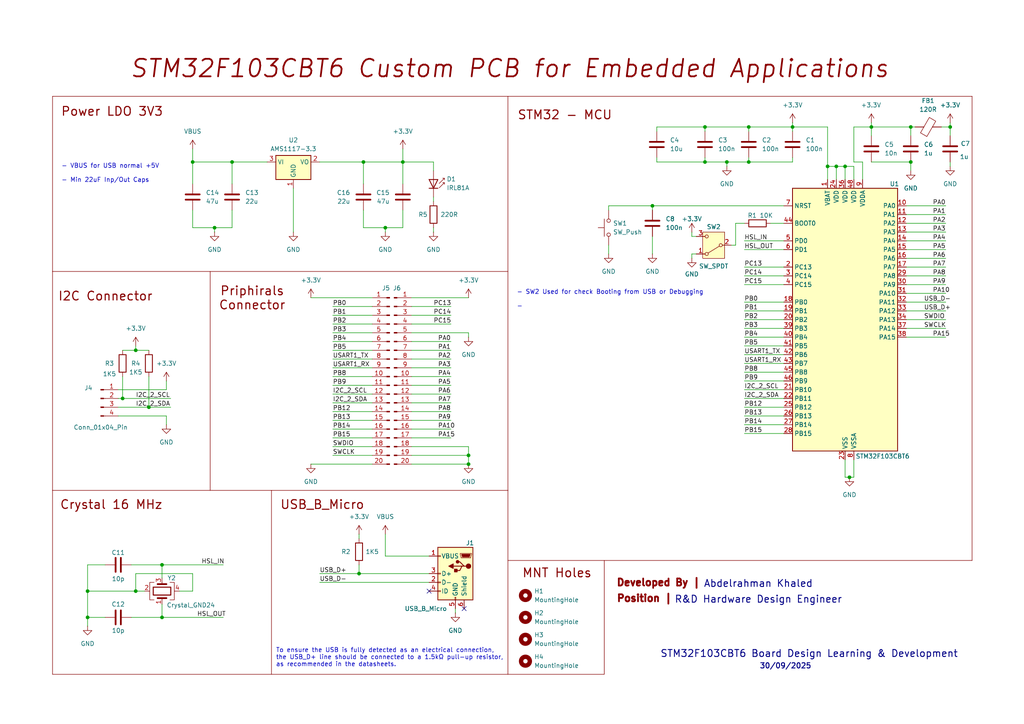
<source format=kicad_sch>
(kicad_sch (version 20250114) (generator "eeschema") (generator_version "9.0")
  (paper "A4")
  (lib_symbols
    (symbol "Connector:Conn_01x04_Pin" (pin_names (offset 1.016) (hide yes))
      (property "Reference" "J" (at 0 5.08 0))
      (property "Value" "Conn_01x04_Pin" (at 0 -7.62 0))
      (symbol "Conn_01x04_Pin_1_1"
        (pin passive line (at 5.08 2.54 180) (length 3.81) (name "Pin_1") (number "1"))
        (pin passive line (at 5.08 0 180) (length 3.81) (name "Pin_2") (number "2"))
        (pin passive line (at 5.08 -2.54 180) (length 3.81) (name "Pin_3") (number "3"))
        (pin passive line (at 5.08 -5.08 180) (length 3.81) (name "Pin_4") (number "4"))
      )
    )
    (symbol "Connector:Conn_01x20_Pin" (pin_names (offset 1.016) (hide yes))
      (property "Reference" "J" (at 0 25.4 0))
      (property "Value" "Conn_01x20_Pin" (at 0 -27.94 0))
      (symbol "Conn_01x20_Pin_1_1"
        (pin passive line (at 5.08 22.86 180) (length 3.81) (name "Pin_1") (number "1"))
        (pin passive line (at 5.08 20.32 180) (length 3.81) (name "Pin_2") (number "2"))
        (pin passive line (at 5.08 17.78 180) (length 3.81) (name "Pin_3") (number "3"))
        (pin passive line (at 5.08 15.24 180) (length 3.81) (name "Pin_4") (number "4"))
        (pin passive line (at 5.08 12.7 180) (length 3.81) (name "Pin_5") (number "5"))
        (pin passive line (at 5.08 10.16 180) (length 3.81) (name "Pin_6") (number "6"))
        (pin passive line (at 5.08 7.62 180) (length 3.81) (name "Pin_7") (number "7"))
        (pin passive line (at 5.08 5.08 180) (length 3.81) (name "Pin_8") (number "8"))
        (pin passive line (at 5.08 2.54 180) (length 3.81) (name "Pin_9") (number "9"))
        (pin passive line (at 5.08 0 180) (length 3.81) (name "Pin_10") (number "10"))
        (pin passive line (at 5.08 -2.54 180) (length 3.81) (name "Pin_11") (number "11"))
        (pin passive line (at 5.08 -5.08 180) (length 3.81) (name "Pin_12") (number "12"))
        (pin passive line (at 5.08 -7.62 180) (length 3.81) (name "Pin_13") (number "13"))
        (pin passive line (at 5.08 -10.16 180) (length 3.81) (name "Pin_14") (number "14"))
        (pin passive line (at 5.08 -12.7 180) (length 3.81) (name "Pin_15") (number "15"))
        (pin passive line (at 5.08 -15.24 180) (length 3.81) (name "Pin_16") (number "16"))
        (pin passive line (at 5.08 -17.78 180) (length 3.81) (name "Pin_17") (number "17"))
        (pin passive line (at 5.08 -20.32 180) (length 3.81) (name "Pin_18") (number "18"))
        (pin passive line (at 5.08 -22.86 180) (length 3.81) (name "Pin_19") (number "19"))
        (pin passive line (at 5.08 -25.4 180) (length 3.81) (name "Pin_20") (number "20"))
      )
    )
    (symbol "Connector:USB_B_Micro" (pin_names (offset 1.016))
      (property "Reference" "J" (at -5.08 11.43 0))
      (property "Value" "USB_B_Micro" (at -5.08 8.89 0))
      (symbol "USB_B_Micro_1_1"
        (pin passive line (at -2.54 -10.16 90) (length 2.54) (name "Shield") (number "6"))
        (pin power_out line (at 0 -10.16 90) (length 2.54) (name "GND") (number "5"))
        (pin power_out line (at 7.62 5.08 180) (length 2.54) (name "VBUS") (number "1"))
        (pin bidirectional line (at 7.62 0 180) (length 2.54) (name "D+") (number "3"))
        (pin bidirectional line (at 7.62 -2.54 180) (length 2.54) (name "D-") (number "2"))
        (pin passive line (at 7.62 -5.08 180) (length 2.54) (name "ID") (number "4"))
      )
    )
    (symbol "Device:C" (pin_numbers (hide yes)) (pin_names (offset 0.254))
      (property "Reference" "C" (at 0.635 2.54 0))
      (property "Value" "C" (at 0.635 -2.54 0))
      (symbol "C_1_1"
        (pin passive line (at 0 3.81 270) (length 2.794) (name "~") (number "1"))
        (pin passive line (at 0 -3.81 90) (length 2.794) (name "~") (number "2"))
      )
    )
    (symbol "Device:Crystal_GND24" (pin_names (offset 1.016) (hide yes))
      (property "Reference" "Y" (at 3.175 5.08 0))
      (property "Value" "Crystal_GND24" (at 3.175 3.175 0))
      (symbol "Crystal_GND24_1_1"
        (pin passive line (at -3.81 0 0) (length 1.27) (name "1") (number "1"))
        (pin passive line (at 0 5.08 270) (length 1.27) (name "2") (number "2"))
        (pin passive line (at 0 -5.08 90) (length 1.27) (name "4") (number "4"))
        (pin passive line (at 3.81 0 180) (length 1.27) (name "3") (number "3"))
      )
    )
    (symbol "Device:FerriteBead" (pin_numbers (hide yes)) (pin_names (offset 0))
      (property "Reference" "FB" (at -3.81 0.635 90))
      (property "Value" "FerriteBead" (at 3.81 0 90))
      (symbol "FerriteBead_1_1"
        (pin passive line (at 0 3.81 270) (length 2.54) (name "~") (number "1"))
        (pin passive line (at 0 -3.81 90) (length 2.54) (name "~") (number "2"))
      )
    )
    (symbol "Device:R" (pin_numbers (hide yes)) (pin_names (offset 0))
      (property "Reference" "R" (at 2.032 0 90))
      (property "Value" "R" (at 0 0 90))
      (symbol "R_1_1"
        (pin passive line (at 0 3.81 270) (length 1.27) (name "~") (number "1"))
        (pin passive line (at 0 -3.81 90) (length 1.27) (name "~") (number "2"))
      )
    )
    (symbol "LED:IRL81A" (pin_numbers (hide yes)) (pin_names (offset 1.016) (hide yes))
      (property "Reference" "D" (at 0.508 1.778 0))
      (property "Value" "IRL81A" (at -1.016 -2.794 0))
      (symbol "IRL81A_1_1"
        (pin passive line (at -5.08 0 0) (length 2.54) (name "K") (number "1"))
        (pin passive line (at 2.54 0 180) (length 2.54) (name "A") (number "2"))
      )
    )
    (symbol "MCU_ST_STM32F1:STM32F103CBTx"
      (property "Reference" "U" (at -15.24 39.37 0))
      (property "Value" "STM32F103CBTx" (at 7.62 39.37 0))
      (symbol "STM32F103CBTx_1_1"
        (pin input line (at -17.78 33.02 0) (length 2.54) (name "NRST") (number "7"))
        (pin input line (at -17.78 27.94 0) (length 2.54) (name "BOOT0") (number "44"))
        (pin bidirectional line (at -17.78 22.86 0) (length 2.54) (name "PD0") (number "5"))
        (pin bidirectional line (at -17.78 20.32 0) (length 2.54) (name "PD1") (number "6"))
        (pin bidirectional line (at -17.78 15.24 0) (length 2.54) (name "PC13") (number "2"))
        (pin bidirectional line (at -17.78 12.7 0) (length 2.54) (name "PC14") (number "3"))
        (pin bidirectional line (at -17.78 10.16 0) (length 2.54) (name "PC15") (number "4"))
        (pin bidirectional line (at -17.78 5.08 0) (length 2.54) (name "PB0") (number "18"))
        (pin bidirectional line (at -17.78 2.54 0) (length 2.54) (name "PB1") (number "19"))
        (pin bidirectional line (at -17.78 0 0) (length 2.54) (name "PB2") (number "20"))
        (pin bidirectional line (at -17.78 -2.54 0) (length 2.54) (name "PB3") (number "39"))
        (pin bidirectional line (at -17.78 -5.08 0) (length 2.54) (name "PB4") (number "40"))
        (pin bidirectional line (at -17.78 -7.62 0) (length 2.54) (name "PB5") (number "41"))
        (pin bidirectional line (at -17.78 -10.16 0) (length 2.54) (name "PB6") (number "42"))
        (pin bidirectional line (at -17.78 -12.7 0) (length 2.54) (name "PB7") (number "43"))
        (pin bidirectional line (at -17.78 -15.24 0) (length 2.54) (name "PB8") (number "45"))
        (pin bidirectional line (at -17.78 -17.78 0) (length 2.54) (name "PB9") (number "46"))
        (pin bidirectional line (at -17.78 -20.32 0) (length 2.54) (name "PB10") (number "21"))
        (pin bidirectional line (at -17.78 -22.86 0) (length 2.54) (name "PB11") (number "22"))
        (pin bidirectional line (at -17.78 -25.4 0) (length 2.54) (name "PB12") (number "25"))
        (pin bidirectional line (at -17.78 -27.94 0) (length 2.54) (name "PB13") (number "26"))
        (pin bidirectional line (at -17.78 -30.48 0) (length 2.54) (name "PB14") (number "27"))
        (pin bidirectional line (at -17.78 -33.02 0) (length 2.54) (name "PB15") (number "28"))
        (pin power_in line (at -5.08 40.64 270) (length 2.54) (name "VBAT") (number "1"))
        (pin power_in line (at -2.54 40.64 270) (length 2.54) (name "VDD") (number "24"))
        (pin power_in line (at 0 40.64 270) (length 2.54) (name "VDD") (number "36"))
        (pin power_in line (at 0 -40.64 90) (length 2.54) (name "VSS") (number "23"))
        (pin passive line (at 0 -40.64 90) (length 2.54) (hide yes) (name "VSS") (number "35"))
        (pin passive line (at 0 -40.64 90) (length 2.54) (hide yes) (name "VSS") (number "47"))
        (pin power_in line (at 2.54 40.64 270) (length 2.54) (name "VDD") (number "48"))
        (pin power_in line (at 2.54 -40.64 90) (length 2.54) (name "VSSA") (number "8"))
        (pin power_in line (at 5.08 40.64 270) (length 2.54) (name "VDDA") (number "9"))
        (pin bidirectional line (at 17.78 33.02 180) (length 2.54) (name "PA0") (number "10"))
        (pin bidirectional line (at 17.78 30.48 180) (length 2.54) (name "PA1") (number "11"))
        (pin bidirectional line (at 17.78 27.94 180) (length 2.54) (name "PA2") (number "12"))
        (pin bidirectional line (at 17.78 25.4 180) (length 2.54) (name "PA3") (number "13"))
        (pin bidirectional line (at 17.78 22.86 180) (length 2.54) (name "PA4") (number "14"))
        (pin bidirectional line (at 17.78 20.32 180) (length 2.54) (name "PA5") (number "15"))
        (pin bidirectional line (at 17.78 17.78 180) (length 2.54) (name "PA6") (number "16"))
        (pin bidirectional line (at 17.78 15.24 180) (length 2.54) (name "PA7") (number "17"))
        (pin bidirectional line (at 17.78 12.7 180) (length 2.54) (name "PA8") (number "29"))
        (pin bidirectional line (at 17.78 10.16 180) (length 2.54) (name "PA9") (number "30"))
        (pin bidirectional line (at 17.78 7.62 180) (length 2.54) (name "PA10") (number "31"))
        (pin bidirectional line (at 17.78 5.08 180) (length 2.54) (name "PA11") (number "32"))
        (pin bidirectional line (at 17.78 2.54 180) (length 2.54) (name "PA12") (number "33"))
        (pin bidirectional line (at 17.78 0 180) (length 2.54) (name "PA13") (number "34"))
        (pin bidirectional line (at 17.78 -2.54 180) (length 2.54) (name "PA14") (number "37"))
        (pin bidirectional line (at 17.78 -5.08 180) (length 2.54) (name "PA15") (number "38"))
      )
    )
    (symbol "Mechanical:MountingHole" (pin_names (offset 1.016)) (in_bom no)
      (property "Reference" "H" (at 0 5.08 0))
      (property "Value" "MountingHole" (at 0 3.175 0))
    )
    (symbol "Regulator_Linear:AMS1117-3.3"
      (property "Reference" "U" (at -3.81 3.175 0))
      (property "Value" "AMS1117-3.3" (at 0 3.175 0))
      (symbol "AMS1117-3.3_1_1"
        (pin power_in line (at -7.62 0 0) (length 2.54) (name "VI") (number "3"))
        (pin power_in line (at 0 -7.62 90) (length 2.54) (name "GND") (number "1"))
        (pin power_out line (at 7.62 0 180) (length 2.54) (name "VO") (number "2"))
      )
    )
    (symbol "Switch:SW_Push" (pin_numbers (hide yes)) (pin_names (offset 1.016) (hide yes))
      (property "Reference" "SW" (at 1.27 2.54 0))
      (property "Value" "SW_Push" (at 0 -1.524 0))
      (symbol "SW_Push_0_1"
        (pin passive line (at -5.08 0 0) (length 2.54) (name "1") (number "1"))
        (pin passive line (at 5.08 0 180) (length 2.54) (name "2") (number "2"))
      )
    )
    (symbol "Switch:SW_SPDT" (pin_names (offset 0) (hide yes))
      (property "Reference" "SW" (at 0 5.08 0))
      (property "Value" "SW_SPDT" (at 0 -5.08 0))
      (symbol "SW_SPDT_1_1"
        (pin passive line (at -5.08 0 0) (length 2.54) (name "B") (number "2"))
        (pin passive line (at 5.08 2.54 180) (length 2.54) (name "A") (number "1"))
        (pin passive line (at 5.08 -2.54 180) (length 2.54) (name "C") (number "3"))
      )
    )
    (symbol "power:+3.3V" (power) (pin_numbers (hide yes)) (pin_names (offset 0) (hide yes))
      (property "Value" "+3.3V" (at 0 3.556 0))
      (symbol "+3.3V_1_1"
        (pin power_in line (at 0 0 90) (length 0) (name "~") (number "1"))
      )
    )
    (symbol "power:+3.3VA" (power) (pin_numbers (hide yes)) (pin_names (offset 0) (hide yes))
      (property "Value" "+3.3VA" (at 0 3.556 0))
      (symbol "+3.3VA_1_1"
        (pin power_in line (at 0 0 90) (length 0) (name "~") (number "1"))
      )
    )
    (symbol "power:GND" (power) (pin_numbers (hide yes)) (pin_names (offset 0) (hide yes))
      (property "Value" "GND" (at 0 -3.81 0))
      (symbol "GND_1_1"
        (pin power_in line (at 0 0 270) (length 0) (name "~") (number "1"))
      )
    )
    (symbol "power:VBUS" (power) (pin_numbers (hide yes)) (pin_names (offset 0) (hide yes))
      (property "Value" "VBUS" (at 0 3.556 0))
      (symbol "VBUS_1_1"
        (pin power_in line (at 0 0 90) (length 0) (name "~") (number "1"))
      )
    )
  )
  (text "USB_B_Micro" (at 93.472 146.558 0) (effects (font (size 2.54 2.54) (thickness 0.3175))))
  (text "- SW2 Used for check Booting from USB or Debugging\n\n- \n\n\n" (at 149.86 88.9 0) (effects (font (size 1.27 1.27) (thickness 0.1588)) (justify left)))
  (text "Abdelrahman Khaled " (at 220.726 169.418 0) (effects (font (size 2.032 2.032) (thickness 0.254))))
  (text "To ensure the USB is fully detected as an electrical connection, \nthe USB_D+ line should be connected to a 1.5kΩ pull-up resistor, \nas recommended in the datasheets." (at 80.01 190.754 0) (effects (font (size 1.27 1.27) (thickness 0.1588)) (justify left)))
  (text "STM32F103CBT6 Board Design Learning & Development\n" (at 234.696 189.738 0) (effects (font (size 2.032 2.032) (thickness 0.254))))
  (text "MNT Holes\n" (at 161.544 166.37 0) (effects (font (size 2.54 2.54) (thickness 0.3175))))
  (text "STM32 - MCU" (at 163.83 33.528 0) (effects (font (size 2.54 2.54) (thickness 0.3175))))
  (text "STM32F103CBT6 Custom PCB for Embedded Applications" (at 147.828 20.066 0) (effects (font (size 5.08 5.08) (thickness 0.508) (bold yes) (italic yes))))
  (text "I2C Connector\n\n" (at 16.764 88.138 0) (effects (font (size 2.54 2.54) (thickness 0.3175)) (justify left)))
  (text "- VBUS for USB normal +5V\n\n- Min 22uF Inp/Out Caps\n\n" (at 17.78 51.308 0) (effects (font (size 1.27 1.27) (thickness 0.1588)) (justify left)))
  (text "Priphirals\nConnector" (at 73.152 86.614 0) (effects (font (size 2.54 2.54) (thickness 0.3175))))
  (text "Crystal 16 MHz\n" (at 32.258 146.558 0) (effects (font (size 2.54 2.54) (thickness 0.3175))))
  (text "R&D Hardware Design Engineer" (at 219.964 173.99 0) (effects (font (size 2.032 2.032) (thickness 0.254))))
  (text "Developed By | \n" (at 191.77 169.164 0) (effects (font (size 2.032 2.032) (thickness 0.508) (bold yes))))
  (text "Position | \n" (at 187.706 173.736 0) (effects (font (size 2.032 2.032) (thickness 0.508) (bold yes))))
  (text "Power LDO 3V3\n" (at 32.512 32.512 0) (effects (font (size 2.54 2.54) (thickness 0.3175))))
  (text "30/09/2025\n" (at 227.838 193.294 0) (effects (font (size 1.524 1.524) (thickness 0.254))))
  (junction (at 43.18 118.11))
  (junction (at 242.57 48.26))
  (junction (at 39.37 101.6))
  (junction (at 25.4 179.07))
  (junction (at 39.37 171.45))
  (junction (at 229.87 36.83))
  (junction (at 189.23 59.69))
  (junction (at 275.59 36.83))
  (junction (at 245.11 48.26))
  (junction (at 252.73 36.83))
  (junction (at 264.16 46.99))
  (junction (at 25.4 171.45))
  (junction (at 210.82 46.99))
  (junction (at 46.99 179.07))
  (junction (at 104.14 166.37))
  (junction (at 105.41 46.99))
  (junction (at 111.76 66.04))
  (junction (at 246.38 138.43))
  (junction (at 204.47 46.99))
  (junction (at 67.31 46.99))
  (junction (at 35.56 115.57))
  (junction (at 204.47 36.83))
  (junction (at 46.99 163.83))
  (junction (at 55.88 46.99))
  (junction (at 264.16 36.83))
  (junction (at 240.03 48.26))
  (junction (at 62.23 66.04))
  (junction (at 135.89 134.62))
  (junction (at 217.17 46.99))
  (junction (at 217.17 36.83))
  (junction (at 116.84 46.99))
  (junction (at 135.89 132.08))
  (no_connect (at 124.46 171.45))
  (no_connect (at 134.62 176.53))
  (wire (pts (xy 119.38 109.22) (xy 130.81 109.22)))
  (wire (pts (xy 55.88 66.04) (xy 55.88 60.96)))
  (wire (pts (xy 215.9 113.03) (xy 227.33 113.03)))
  (wire (pts (xy 217.17 36.83) (xy 217.17 38.1)))
  (wire (pts (xy 210.82 46.99) (xy 204.47 46.99)))
  (wire (pts (xy 104.14 163.83) (xy 104.14 166.37)))
  (wire (pts (xy 215.9 107.95) (xy 227.33 107.95)))
  (wire (pts (xy 125.73 49.53) (xy 125.73 46.99)))
  (wire (pts (xy 62.23 67.31) (xy 62.23 66.04)))
  (wire (pts (xy 119.38 106.68) (xy 130.81 106.68)))
  (wire (pts (xy 240.03 52.07) (xy 240.03 48.26)))
  (wire (pts (xy 85.09 54.61) (xy 85.09 67.31)))
  (wire (pts (xy 96.52 116.84) (xy 107.95 116.84)))
  (polyline (pts (xy 15.24 78.74) (xy 147.32 78.74)) (stroke (width 0) (type solid) (color 132 0 0 1)))
  (wire (pts (xy 275.59 46.99) (xy 275.59 48.26)))
  (wire (pts (xy 242.57 52.07) (xy 242.57 48.26)))
  (wire (pts (xy 262.89 62.23) (xy 274.32 62.23)))
  (wire (pts (xy 229.87 36.83) (xy 240.03 36.83)))
  (wire (pts (xy 215.9 92.71) (xy 227.33 92.71)))
  (wire (pts (xy 210.82 46.99) (xy 210.82 48.26)))
  (wire (pts (xy 247.65 133.35) (xy 247.65 138.43)))
  (wire (pts (xy 116.84 46.99) (xy 116.84 53.34)))
  (wire (pts (xy 223.52 64.77) (xy 227.33 64.77)))
  (polyline (pts (xy 60.96 142.24) (xy 60.96 78.74)) (stroke (width 0) (type solid) (color 132 0 0 1)))
  (wire (pts (xy 262.89 87.63) (xy 274.32 87.63)))
  (wire (pts (xy 92.71 168.91) (xy 124.46 168.91)))
  (wire (pts (xy 245.11 48.26) (xy 247.65 48.26)))
  (wire (pts (xy 111.76 161.29) (xy 124.46 161.29)))
  (wire (pts (xy 215.9 123.19) (xy 227.33 123.19)))
  (wire (pts (xy 190.5 36.83) (xy 190.5 38.1)))
  (wire (pts (xy 264.16 36.83) (xy 265.43 36.83)))
  (wire (pts (xy 229.87 35.56) (xy 229.87 36.83)))
  (wire (pts (xy 215.9 90.17) (xy 227.33 90.17)))
  (wire (pts (xy 247.65 36.83) (xy 247.65 46.99)))
  (wire (pts (xy 264.16 46.99) (xy 264.16 49.53)))
  (wire (pts (xy 119.38 127) (xy 130.81 127)))
  (wire (pts (xy 39.37 101.6) (xy 43.18 101.6)))
  (wire (pts (xy 105.41 60.96) (xy 105.41 66.04)))
  (wire (pts (xy 215.9 115.57) (xy 227.33 115.57)))
  (wire (pts (xy 215.9 95.25) (xy 227.33 95.25)))
  (wire (pts (xy 52.07 171.45) (xy 55.88 171.45)))
  (wire (pts (xy 111.76 154.94) (xy 111.76 161.29)))
  (wire (pts (xy 229.87 45.72) (xy 229.87 46.99)))
  (wire (pts (xy 200.66 73.66) (xy 201.93 73.66)))
  (wire (pts (xy 90.17 134.62) (xy 107.95 134.62)))
  (wire (pts (xy 46.99 163.83) (xy 64.77 163.83)))
  (wire (pts (xy 215.9 69.85) (xy 227.33 69.85)))
  (wire (pts (xy 46.99 179.07) (xy 64.77 179.07)))
  (polyline (pts (xy 15.24 142.24) (xy 78.74 142.24)) (stroke (width 0) (type solid) (color 132 0 0 1)))
  (wire (pts (xy 262.89 72.39) (xy 274.32 72.39)))
  (wire (pts (xy 46.99 167.64) (xy 46.99 163.83)))
  (wire (pts (xy 46.99 175.26) (xy 46.99 179.07)))
  (polyline (pts (xy 147.32 162.56) (xy 281.94 162.56)) (stroke (width 0) (type solid) (color 132 0 0 1)))
  (wire (pts (xy 111.76 67.31) (xy 111.76 66.04)))
  (wire (pts (xy 247.65 46.99) (xy 250.19 46.99)))
  (wire (pts (xy 262.89 64.77) (xy 274.32 64.77)))
  (wire (pts (xy 55.88 46.99) (xy 55.88 53.34)))
  (wire (pts (xy 96.52 96.52) (xy 107.95 96.52)))
  (wire (pts (xy 96.52 88.9) (xy 107.95 88.9)))
  (wire (pts (xy 116.84 43.18) (xy 116.84 46.99)))
  (wire (pts (xy 189.23 68.58) (xy 189.23 73.66)))
  (wire (pts (xy 262.89 90.17) (xy 274.32 90.17)))
  (wire (pts (xy 252.73 36.83) (xy 252.73 39.37)))
  (wire (pts (xy 96.52 99.06) (xy 107.95 99.06)))
  (wire (pts (xy 215.9 102.87) (xy 227.33 102.87)))
  (polyline (pts (xy 78.74 142.24) (xy 147.32 142.24)) (stroke (width 0) (type solid) (color 132 0 0 1)))
  (wire (pts (xy 96.52 109.22) (xy 107.95 109.22)))
  (wire (pts (xy 204.47 46.99) (xy 190.5 46.99)))
  (wire (pts (xy 96.52 106.68) (xy 107.95 106.68)))
  (wire (pts (xy 217.17 45.72) (xy 217.17 46.99)))
  (wire (pts (xy 247.65 138.43) (xy 246.38 138.43)))
  (wire (pts (xy 34.29 118.11) (xy 43.18 118.11)))
  (wire (pts (xy 132.08 176.53) (xy 132.08 177.8)))
  (wire (pts (xy 264.16 36.83) (xy 252.73 36.83)))
  (polyline (pts (xy 15.24 195.58) (xy 78.74 195.58)) (stroke (width 0) (type solid) (color 132 0 0 1)))
  (wire (pts (xy 204.47 45.72) (xy 204.47 46.99)))
  (wire (pts (xy 240.03 36.83) (xy 240.03 48.26)))
  (wire (pts (xy 116.84 60.96) (xy 116.84 66.04)))
  (wire (pts (xy 96.52 121.92) (xy 107.95 121.92)))
  (wire (pts (xy 67.31 66.04) (xy 62.23 66.04)))
  (wire (pts (xy 119.38 96.52) (xy 135.89 96.52)))
  (wire (pts (xy 119.38 111.76) (xy 130.81 111.76)))
  (wire (pts (xy 262.89 74.93) (xy 274.32 74.93)))
  (wire (pts (xy 119.38 116.84) (xy 130.81 116.84)))
  (wire (pts (xy 119.38 119.38) (xy 130.81 119.38)))
  (polyline (pts (xy 147.32 195.58) (xy 147.32 195.58)) (stroke (width 0) (type solid) (color 132 0 0 1)))
  (polyline (pts (xy 147.32 142.24) (xy 147.32 27.94)) (stroke (width 0) (type solid) (color 132 0 0 1)))
  (polyline (pts (xy 78.74 195.58) (xy 78.74 142.24)) (stroke (width 0) (type solid) (color 132 0 0 1)))
  (wire (pts (xy 96.52 93.98) (xy 107.95 93.98)))
  (wire (pts (xy 215.9 125.73) (xy 227.33 125.73)))
  (wire (pts (xy 125.73 46.99) (xy 116.84 46.99)))
  (polyline (pts (xy 147.32 27.94) (xy 281.94 27.94)) (stroke (width 0) (type solid) (color 132 0 0 1)))
  (wire (pts (xy 38.1 163.83) (xy 46.99 163.83)))
  (wire (pts (xy 229.87 38.1) (xy 229.87 36.83)))
  (wire (pts (xy 104.14 154.94) (xy 104.14 156.21)))
  (wire (pts (xy 119.38 93.98) (xy 130.81 93.98)))
  (polyline (pts (xy 147.32 195.58) (xy 147.32 142.24)) (stroke (width 0) (type solid) (color 132 0 0 1)))
  (wire (pts (xy 250.19 46.99) (xy 250.19 52.07)))
  (wire (pts (xy 119.38 91.44) (xy 130.81 91.44)))
  (wire (pts (xy 104.14 166.37) (xy 124.46 166.37)))
  (wire (pts (xy 229.87 36.83) (xy 217.17 36.83)))
  (wire (pts (xy 67.31 46.99) (xy 77.47 46.99)))
  (wire (pts (xy 215.9 120.65) (xy 227.33 120.65)))
  (wire (pts (xy 119.38 121.92) (xy 130.81 121.92)))
  (wire (pts (xy 96.52 127) (xy 107.95 127)))
  (wire (pts (xy 176.53 71.12) (xy 176.53 73.66)))
  (wire (pts (xy 215.9 100.33) (xy 227.33 100.33)))
  (wire (pts (xy 96.52 132.08) (xy 107.95 132.08)))
  (wire (pts (xy 34.29 113.03) (xy 48.26 113.03)))
  (wire (pts (xy 204.47 36.83) (xy 204.47 38.1)))
  (wire (pts (xy 105.41 46.99) (xy 116.84 46.99)))
  (wire (pts (xy 39.37 171.45) (xy 41.91 171.45)))
  (wire (pts (xy 105.41 66.04) (xy 111.76 66.04)))
  (wire (pts (xy 135.89 97.79) (xy 135.89 96.52)))
  (wire (pts (xy 262.89 95.25) (xy 274.32 95.25)))
  (wire (pts (xy 275.59 36.83) (xy 275.59 39.37)))
  (wire (pts (xy 262.89 67.31) (xy 274.32 67.31)))
  (wire (pts (xy 96.52 91.44) (xy 107.95 91.44)))
  (wire (pts (xy 176.53 60.96) (xy 176.53 59.69)))
  (wire (pts (xy 38.1 179.07) (xy 46.99 179.07)))
  (wire (pts (xy 96.52 129.54) (xy 107.95 129.54)))
  (wire (pts (xy 119.38 86.36) (xy 135.89 86.36)))
  (wire (pts (xy 55.88 171.45) (xy 55.88 166.37)))
  (wire (pts (xy 119.38 124.46) (xy 130.81 124.46)))
  (wire (pts (xy 245.11 133.35) (xy 245.11 138.43)))
  (wire (pts (xy 34.29 120.65) (xy 48.26 120.65)))
  (wire (pts (xy 119.38 132.08) (xy 135.89 132.08)))
  (wire (pts (xy 96.52 111.76) (xy 107.95 111.76)))
  (wire (pts (xy 67.31 60.96) (xy 67.31 66.04)))
  (wire (pts (xy 125.73 66.04) (xy 125.73 67.31)))
  (wire (pts (xy 25.4 179.07) (xy 25.4 181.61)))
  (wire (pts (xy 35.56 115.57) (xy 49.53 115.57)))
  (wire (pts (xy 55.88 166.37) (xy 39.37 166.37)))
  (wire (pts (xy 252.73 46.99) (xy 264.16 46.99)))
  (wire (pts (xy 252.73 35.56) (xy 252.73 36.83)))
  (wire (pts (xy 189.23 60.96) (xy 189.23 59.69)))
  (wire (pts (xy 135.89 132.08) (xy 135.89 134.62)))
  (wire (pts (xy 262.89 59.69) (xy 274.32 59.69)))
  (wire (pts (xy 62.23 66.04) (xy 55.88 66.04)))
  (wire (pts (xy 273.05 36.83) (xy 275.59 36.83)))
  (wire (pts (xy 119.38 114.3) (xy 130.81 114.3)))
  (wire (pts (xy 35.56 101.6) (xy 39.37 101.6)))
  (wire (pts (xy 262.89 97.79) (xy 274.32 97.79)))
  (wire (pts (xy 262.89 92.71) (xy 274.32 92.71)))
  (polyline (pts (xy 15.24 27.94) (xy 147.32 27.94)) (stroke (width 0) (type solid) (color 132 0 0 1)))
  (polyline (pts (xy 15.24 78.74) (xy 15.24 27.94)) (stroke (width 0) (type solid) (color 132 0 0 1)))
  (wire (pts (xy 96.52 124.46) (xy 107.95 124.46)))
  (wire (pts (xy 246.38 138.43) (xy 245.11 138.43)))
  (wire (pts (xy 215.9 72.39) (xy 227.33 72.39)))
  (wire (pts (xy 39.37 166.37) (xy 39.37 171.45)))
  (wire (pts (xy 213.36 64.77) (xy 213.36 71.12)))
  (wire (pts (xy 245.11 52.07) (xy 245.11 48.26)))
  (wire (pts (xy 262.89 85.09) (xy 274.32 85.09)))
  (wire (pts (xy 119.38 104.14) (xy 130.81 104.14)))
  (wire (pts (xy 215.9 82.55) (xy 227.33 82.55)))
  (wire (pts (xy 200.66 67.31) (xy 200.66 68.58)))
  (wire (pts (xy 43.18 118.11) (xy 49.53 118.11)))
  (wire (pts (xy 275.59 35.56) (xy 275.59 36.83)))
  (wire (pts (xy 34.29 115.57) (xy 35.56 115.57)))
  (wire (pts (xy 215.9 97.79) (xy 227.33 97.79)))
  (wire (pts (xy 92.71 166.37) (xy 104.14 166.37)))
  (wire (pts (xy 190.5 45.72) (xy 190.5 46.99)))
  (wire (pts (xy 116.84 66.04) (xy 111.76 66.04)))
  (wire (pts (xy 39.37 100.33) (xy 39.37 101.6)))
  (polyline (pts (xy 147.32 195.58) (xy 175.26 195.58)) (stroke (width 0) (type solid) (color 132 0 0 1)))
  (wire (pts (xy 215.9 105.41) (xy 227.33 105.41)))
  (wire (pts (xy 96.52 114.3) (xy 107.95 114.3)))
  (polyline (pts (xy 175.26 195.58) (xy 175.26 162.56)) (stroke (width 0) (type solid) (color 132 0 0 1)))
  (wire (pts (xy 217.17 36.83) (xy 204.47 36.83)))
  (wire (pts (xy 55.88 43.18) (xy 55.88 46.99)))
  (wire (pts (xy 176.53 59.69) (xy 189.23 59.69)))
  (wire (pts (xy 242.57 48.26) (xy 240.03 48.26)))
  (wire (pts (xy 96.52 104.14) (xy 107.95 104.14)))
  (wire (pts (xy 48.26 113.03) (xy 48.26 110.49)))
  (polyline (pts (xy 15.24 142.24) (xy 15.24 78.74)) (stroke (width 0) (type solid) (color 132 0 0 1)))
  (wire (pts (xy 125.73 57.15) (xy 125.73 58.42)))
  (wire (pts (xy 262.89 80.01) (xy 274.32 80.01)))
  (wire (pts (xy 105.41 53.34) (xy 105.41 46.99)))
  (wire (pts (xy 215.9 87.63) (xy 227.33 87.63)))
  (wire (pts (xy 135.89 129.54) (xy 135.89 132.08)))
  (wire (pts (xy 215.9 110.49) (xy 227.33 110.49)))
  (wire (pts (xy 55.88 46.99) (xy 67.31 46.99)))
  (wire (pts (xy 90.17 86.36) (xy 107.95 86.36)))
  (wire (pts (xy 25.4 171.45) (xy 25.4 179.07)))
  (polyline (pts (xy 78.74 195.58) (xy 147.32 195.58)) (stroke (width 0) (type solid) (color 132 0 0 1)))
  (wire (pts (xy 200.66 68.58) (xy 201.93 68.58)))
  (wire (pts (xy 119.38 88.9) (xy 130.81 88.9)))
  (wire (pts (xy 48.26 120.65) (xy 48.26 123.19)))
  (wire (pts (xy 43.18 109.22) (xy 43.18 118.11)))
  (wire (pts (xy 204.47 36.83) (xy 190.5 36.83)))
  (wire (pts (xy 252.73 36.83) (xy 247.65 36.83)))
  (wire (pts (xy 96.52 119.38) (xy 107.95 119.38)))
  (wire (pts (xy 264.16 36.83) (xy 264.16 39.37)))
  (wire (pts (xy 119.38 134.62) (xy 135.89 134.62)))
  (wire (pts (xy 30.48 163.83) (xy 25.4 163.83)))
  (wire (pts (xy 215.9 118.11) (xy 227.33 118.11)))
  (wire (pts (xy 247.65 52.07) (xy 247.65 48.26)))
  (wire (pts (xy 92.71 46.99) (xy 105.41 46.99)))
  (wire (pts (xy 39.37 171.45) (xy 25.4 171.45)))
  (wire (pts (xy 119.38 101.6) (xy 130.81 101.6)))
  (wire (pts (xy 25.4 163.83) (xy 25.4 171.45)))
  (wire (pts (xy 213.36 64.77) (xy 215.9 64.77)))
  (wire (pts (xy 229.87 46.99) (xy 217.17 46.99)))
  (wire (pts (xy 189.23 59.69) (xy 227.33 59.69)))
  (wire (pts (xy 35.56 109.22) (xy 35.56 115.57)))
  (polyline (pts (xy 15.24 195.58) (xy 15.24 142.24)) (stroke (width 0) (type solid) (color 132 0 0 1)))
  (wire (pts (xy 119.38 129.54) (xy 135.89 129.54)))
  (wire (pts (xy 262.89 77.47) (xy 274.32 77.47)))
  (wire (pts (xy 200.66 74.93) (xy 200.66 73.66)))
  (wire (pts (xy 96.52 101.6) (xy 107.95 101.6)))
  (wire (pts (xy 262.89 82.55) (xy 274.32 82.55)))
  (wire (pts (xy 25.4 179.07) (xy 30.48 179.07)))
  (wire (pts (xy 212.09 71.12) (xy 213.36 71.12)))
  (wire (pts (xy 67.31 46.99) (xy 67.31 53.34)))
  (wire (pts (xy 245.11 48.26) (xy 242.57 48.26)))
  (wire (pts (xy 119.38 99.06) (xy 130.81 99.06)))
  (wire (pts (xy 262.89 69.85) (xy 274.32 69.85)))
  (wire (pts (xy 217.17 46.99) (xy 210.82 46.99)))
  (polyline (pts (xy 281.94 162.56) (xy 281.94 27.94)) (stroke (width 0) (type solid) (color 132 0 0 1)))
  (wire (pts (xy 215.9 80.01) (xy 227.33 80.01)))
  (wire (pts (xy 215.9 77.47) (xy 227.33 77.47)))
  (label "USB_D-" (at 92.71 168.91 0))
  (label "PC15" (at 125.73 93.98 0))
  (label "PA0" (at 127 99.06 0))
  (label "PA1" (at 127 101.6 0))
  (label "PB12" (at 215.9 118.11 0))
  (label "PB3" (at 96.52 96.52 0))
  (label "USART1_RX" (at 215.9 105.41 0))
  (label "PA3" (at 270.51 67.31 0))
  (label "PB1" (at 96.52 91.44 0))
  (label "PB8" (at 96.52 109.22 0))
  (label "SWDIO" (at 96.52 129.54 0))
  (label "PA5" (at 270.51 72.39 0))
  (label "I2C_2_SDA" (at 96.52 116.84 0))
  (label "PB14" (at 215.9 123.19 0))
  (label "PA1" (at 270.51 62.23 0))
  (label "PB15" (at 215.9 125.73 0))
  (label "PA15" (at 270.51 97.79 0))
  (label "USART1_TX" (at 96.52 104.14 0))
  (label "USART1_TX" (at 215.9 102.87 0))
  (label "PA2" (at 127 104.14 0))
  (label "USB_D+" (at 267.97 90.17 0))
  (label "SWCLK" (at 267.97 95.25 0))
  (label "PB9" (at 96.52 111.76 0))
  (label "PB14" (at 96.52 124.46 0))
  (label "PC15" (at 215.9 82.55 0))
  (label "PA9" (at 270.51 82.55 0))
  (label "HSL_OUT" (at 57.15 179.07 0))
  (label "PA0" (at 270.51 59.69 0))
  (label "HSL_OUT" (at 215.9 72.39 0))
  (label "I2C_2_SCL" (at 215.9 113.03 0))
  (label "SWDIO" (at 267.97 92.71 0))
  (label "PC13" (at 125.73 88.9 0))
  (label "PB3" (at 215.9 95.25 0))
  (label "PA4" (at 270.51 69.85 0))
  (label "PA10" (at 270.51 85.09 0))
  (label "PA7" (at 270.51 77.47 0))
  (label "PA6" (at 127 114.3 0))
  (label "PA6" (at 270.51 74.93 0))
  (label "PB2" (at 215.9 92.71 0))
  (label "PB4" (at 96.52 99.06 0))
  (label "PB5" (at 96.52 101.6 0))
  (label "PA9" (at 127 121.92 0))
  (label "I2C_2_SDA" (at 215.9 115.57 0))
  (label "PA2" (at 270.51 64.77 0))
  (label "PA3" (at 127 106.68 0))
  (label "PC13" (at 215.9 77.47 0))
  (label "USB_D-" (at 267.97 87.63 0))
  (label "PC14" (at 215.9 80.01 0))
  (label "PA15" (at 127 127 0))
  (label "PB15" (at 96.52 127 0))
  (label "PA7" (at 127 116.84 0))
  (label "HSL_IN" (at 215.9 69.85 0))
  (label "PB12" (at 96.52 119.38 0))
  (label "PB13" (at 215.9 120.65 0))
  (label "PA8" (at 270.51 80.01 0))
  (label "HSL_IN" (at 58.42 163.83 0))
  (label "PB13" (at 96.52 121.92 0))
  (label "PB0" (at 215.9 87.63 0))
  (label "PB1" (at 215.9 90.17 0))
  (label "I2C_2_SCL" (at 96.52 114.3 0))
  (label "PA5" (at 127 111.76 0))
  (label "PB5" (at 215.9 100.33 0))
  (label "SWCLK" (at 96.52 132.08 0))
  (label "PB9" (at 215.9 110.49 0))
  (label "I2C_2_SCL" (at 39.37 115.57 0))
  (label "PB4" (at 215.9 97.79 0))
  (label "I2C_2_SDA" (at 39.37 118.11 0))
  (label "PC14" (at 125.73 91.44 0))
  (label "USB_D+" (at 92.71 166.37 0))
  (label "PA8" (at 127 119.38 0))
  (label "PB2" (at 96.52 93.98 0))
  (label "USART1_RX" (at 96.52 106.68 0))
  (label "PB8" (at 215.9 107.95 0))
  (label "PB0" (at 96.52 88.9 0))
  (label "PA10" (at 127 124.46 0))
  (label "PA4" (at 127 109.22 0))
  (symbol (lib_id "Switch:SW_Push") (at 176.53 66.04 90) (unit 1)
    (property "Reference" "SW1" (at 177.8 64.7699 90) (effects (justify right)))
    (property "Value" "SW_Push" (at 177.8 67.3099 90) (effects (justify right)))
    (property "Footprint" "Button_Switch_THT:SW_PUSH_6mm_H4.3mm" (effects (hide yes)))
    (property "Description" "Push button switch, generic, two pins" (effects (hide yes)))
  )
  (symbol (lib_id "power:GND") (at 111.76 67.31 0) (unit 1)
    (property "Reference" "#PWR026" (effects (hide yes)))
    (property "Value" "GND" (at 111.76 72.39 0))
    (property "Description" "Power symbol creates a global label with name \"GND\" , ground" (effects (hide yes)))
  )
  (symbol (lib_id "power:+3.3V") (at 200.66 67.31 0) (unit 1)
    (property "Reference" "#PWR011" (effects (hide yes)))
    (property "Value" "+3.3V" (at 200.66 63.5 0))
    (property "Description" "Power symbol creates a global label with name \"+3.3V\"" (effects (hide yes)))
  )
  (symbol (lib_id "Connector:Conn_01x04_Pin") (at 29.21 115.57 0) (unit 1)
    (property "Reference" "J4" (at 25.654 112.522 0))
    (property "Value" "Conn_01x04_Pin" (at 29.21 123.952 0))
    (property "Footprint" "Connector_PinHeader_2.54mm:PinHeader_1x04_P2.54mm_Vertical" (effects (hide yes)))
    (property "Description" "Generic connector, single row, 01x04, script generated" (effects (hide yes)))
  )
  (symbol (lib_id "power:GND") (at 200.66 74.93 0) (unit 1)
    (property "Reference" "#PWR010" (effects (hide yes)))
    (property "Value" "GND" (at 200.66 79.502 0))
    (property "Description" "Power symbol creates a global label with name \"GND\" , ground" (effects (hide yes)))
  )
  (symbol (lib_id "power:+3.3V") (at 90.17 86.36 0) (mirror y) (unit 1)
    (property "Reference" "#PWR030" (effects (hide yes)))
    (property "Value" "+3.3V" (at 90.17 81.28 0))
    (property "Description" "Power symbol creates a global label with name \"+3.3V\"" (effects (hide yes)))
  )
  (symbol (lib_id "Device:C") (at 116.84 57.15 0) (mirror y) (unit 1)
    (property "Reference" "C15" (at 113.03 55.8799 0) (effects (justify left)))
    (property "Value" "47u" (at 113.03 58.4199 0) (effects (justify left)))
    (property "Footprint" "Capacitor_SMD:C_0805_2012Metric" (effects (hide yes)))
    (property "Description" "Unpolarized capacitor" (effects (hide yes)))
  )
  (symbol (lib_id "LED:IRL81A") (at 125.73 52.07 270) (mirror x) (unit 1)
    (property "Reference" "D1" (at 129.54 51.9429 90) (effects (justify left)))
    (property "Value" "IRL81A" (at 129.54 54.4829 90) (effects (justify left)))
    (property "Footprint" "Diode_SMD:D_0805_2012Metric" (effects (hide yes)))
    (property "Datasheet" "http://www.osram-os.com/Graphics/XPic0/00203825_0.pdf" (effects (hide yes)))
    (property "Description" "850nm High Power Infrared Emitter, Side-Emitter package" (effects (hide yes)))
  )
  (symbol (lib_id "power:GND") (at 48.26 123.19 0) (unit 1)
    (property "Reference" "#PWR022" (effects (hide yes)))
    (property "Value" "GND" (at 48.26 128.27 0))
    (property "Description" "Power symbol creates a global label with name \"GND\" , ground" (effects (hide yes)))
  )
  (symbol (lib_id "Device:C") (at 229.87 41.91 0) (unit 1)
    (property "Reference" "C1" (at 233.68 40.6399 0) (effects (justify left)))
    (property "Value" "100n" (at 233.68 43.1799 0) (effects (justify left)))
    (property "Footprint" "Capacitor_SMD:C_0805_2012Metric" (effects (hide yes)))
    (property "Description" "Unpolarized capacitor" (effects (hide yes)))
  )
  (symbol (lib_id "Device:C") (at 34.29 163.83 90) (unit 1)
    (property "Reference" "C11" (at 34.29 160.274 90))
    (property "Value" "10p" (at 34.29 167.894 90))
    (property "Footprint" "Capacitor_SMD:C_0805_2012Metric" (effects (hide yes)))
    (property "Description" "Unpolarized capacitor" (effects (hide yes)))
  )
  (symbol (lib_id "power:+3.3V") (at 275.59 35.56 0) (unit 1)
    (property "Reference" "#PWR05" (effects (hide yes)))
    (property "Value" "+3.3V" (at 275.59 30.48 0))
    (property "Description" "Power symbol creates a global label with name \"+3.3V\"" (effects (hide yes)))
  )
  (symbol (lib_id "power:GND") (at 264.16 49.53 0) (unit 1)
    (property "Reference" "#PWR03" (effects (hide yes)))
    (property "Value" "GND" (at 264.16 54.61 0))
    (property "Description" "Power symbol creates a global label with name \"GND\" , ground" (effects (hide yes)))
  )
  (symbol (lib_id "Device:C") (at 55.88 57.15 0) (unit 1)
    (property "Reference" "C14" (at 59.69 55.8799 0) (effects (justify left)))
    (property "Value" "47u" (at 59.69 58.4199 0) (effects (justify left)))
    (property "Footprint" "Capacitor_SMD:C_0805_2012Metric" (effects (hide yes)))
    (property "Description" "Unpolarized capacitor" (effects (hide yes)))
  )
  (symbol (lib_id "Device:C") (at 67.31 57.15 0) (unit 1)
    (property "Reference" "C13" (at 71.12 55.8799 0) (effects (justify left)))
    (property "Value" "22u" (at 71.12 58.4199 0) (effects (justify left)))
    (property "Footprint" "Capacitor_SMD:C_0805_2012Metric" (effects (hide yes)))
    (property "Description" "Unpolarized capacitor" (effects (hide yes)))
  )
  (symbol (lib_id "Device:FerriteBead") (at 269.24 36.83 90) (unit 1)
    (property "Reference" "FB1" (at 269.1892 29.21 90))
    (property "Value" "120R" (at 269.1892 31.75 90))
    (property "Footprint" "Resistor_SMD:R_2010_5025Metric" (effects (hide yes)))
    (property "Description" "Ferrite bead" (effects (hide yes)))
  )
  (symbol (lib_id "power:GND") (at 189.23 73.66 0) (unit 1)
    (property "Reference" "#PWR08" (effects (hide yes)))
    (property "Value" "GND" (at 189.23 78.74 0))
    (property "Description" "Power symbol creates a global label with name \"GND\" , ground" (effects (hide yes)))
  )
  (symbol (lib_id "Mechanical:MountingHole") (at 152.4 179.07 0) (unit 1) (in_bom no)
    (property "Reference" "H2" (at 154.94 177.7999 0) (effects (justify left)))
    (property "Value" "MountingHole" (at 154.94 180.3399 0) (effects (justify left)))
    (property "Footprint" "MountingHole:MountingHole_2.2mm_M2_ISO14580" (effects (hide yes)))
    (property "Description" "Mounting Hole without connection" (effects (hide yes)))
  )
  (symbol (lib_id "power:GND") (at 125.73 67.31 0) (unit 1)
    (property "Reference" "#PWR029" (effects (hide yes)))
    (property "Value" "GND" (at 125.73 72.39 0))
    (property "Description" "Power symbol creates a global label with name \"GND\" , ground" (effects (hide yes)))
  )
  (symbol (lib_id "Device:C") (at 217.17 41.91 0) (unit 1)
    (property "Reference" "C2" (at 220.98 40.6399 0) (effects (justify left)))
    (property "Value" "100n" (at 220.98 43.1799 0) (effects (justify left)))
    (property "Footprint" "Capacitor_SMD:C_0805_2012Metric" (effects (hide yes)))
    (property "Description" "Unpolarized capacitor" (effects (hide yes)))
  )
  (symbol (lib_id "Device:C") (at 34.29 179.07 90) (unit 1)
    (property "Reference" "C12" (at 34.29 175.26 90))
    (property "Value" "10p" (at 34.29 182.88 90))
    (property "Footprint" "Capacitor_SMD:C_0805_2012Metric" (effects (hide yes)))
    (property "Description" "Unpolarized capacitor" (effects (hide yes)))
  )
  (symbol (lib_id "Device:R") (at 104.14 160.02 180) (unit 1)
    (property "Reference" "R2" (at 100.33 160.02 0))
    (property "Value" "1K5" (at 107.95 160.02 0))
    (property "Footprint" "Resistor_SMD:R_0805_2012Metric" (effects (hide yes)))
    (property "Description" "Resistor" (effects (hide yes)))
  )
  (symbol (lib_id "power:+3.3V") (at 48.26 110.49 0) (unit 1)
    (property "Reference" "#PWR021" (effects (hide yes)))
    (property "Value" "+3.3V" (at 48.26 105.41 0))
    (property "Description" "Power symbol creates a global label with name \"+3.3V\"" (effects (hide yes)))
  )
  (symbol (lib_id "Connector:Conn_01x20_Pin") (at 113.03 109.22 0) (mirror y) (unit 1)
    (property "Reference" "J5" (at 110.744 83.566 0) (effects (justify right)))
    (property "Value" "Conn_01x20_Pin" (effects (hide yes)))
    (property "Footprint" "Connector_PinHeader_2.54mm:PinHeader_1x20_P2.54mm_Vertical" (effects (hide yes)))
    (property "Description" "Generic connector, single row, 01x20, script generated" (effects (hide yes)))
  )
  (symbol (lib_id "Mechanical:MountingHole") (at 152.4 191.77 0) (unit 1) (in_bom no)
    (property "Reference" "H4" (at 154.94 190.4999 0) (effects (justify left)))
    (property "Value" "MountingHole" (at 154.94 193.0399 0) (effects (justify left)))
    (property "Footprint" "MountingHole:MountingHole_2.2mm_M2_ISO14580" (effects (hide yes)))
    (property "Description" "Mounting Hole without connection" (effects (hide yes)))
  )
  (symbol (lib_id "Device:C") (at 190.5 41.91 0) (unit 1)
    (property "Reference" "C4" (at 194.31 40.6399 0) (effects (justify left)))
    (property "Value" "10u" (at 194.31 43.1799 0) (effects (justify left)))
    (property "Footprint" "Capacitor_SMD:C_0805_2012Metric" (effects (hide yes)))
    (property "Description" "Unpolarized capacitor" (effects (hide yes)))
  )
  (symbol (lib_id "Device:C") (at 275.59 43.18 0) (unit 1)
    (property "Reference" "C7" (at 278.638 41.656 0) (effects (justify left)))
    (property "Value" "1u" (at 278.384 45.466 0) (effects (justify left)))
    (property "Footprint" "Capacitor_SMD:C_0805_2012Metric" (effects (hide yes)))
    (property "Description" "Unpolarized capacitor" (effects (hide yes)))
  )
  (symbol (lib_id "power:+3.3V") (at 116.84 43.18 0) (mirror y) (unit 1)
    (property "Reference" "#PWR027" (effects (hide yes)))
    (property "Value" "+3.3V" (at 116.84 38.1 0))
    (property "Description" "Power symbol creates a global label with name \"+3.3V\"" (effects (hide yes)))
  )
  (symbol (lib_id "power:GND") (at 90.17 134.62 0) (unit 1)
    (property "Reference" "#PWR012" (effects (hide yes)))
    (property "Value" "GND" (at 90.17 139.7 0))
    (property "Description" "Power symbol creates a global label with name \"GND\" , ground" (effects (hide yes)))
  )
  (symbol (lib_id "power:GND") (at 246.38 138.43 0) (unit 1)
    (property "Reference" "#PWR07" (effects (hide yes)))
    (property "Value" "GND" (at 246.38 143.51 0))
    (property "Description" "Power symbol creates a global label with name \"GND\" , ground" (effects (hide yes)))
  )
  (symbol (lib_id "power:GND") (at 135.89 97.79 0) (unit 1)
    (property "Reference" "#PWR033" (effects (hide yes)))
    (property "Value" "GND" (at 135.89 102.87 0))
    (property "Description" "Power symbol creates a global label with name \"GND\" , ground" (effects (hide yes)))
  )
  (symbol (lib_id "Device:C") (at 264.16 43.18 0) (unit 1)
    (property "Reference" "C6" (at 267.97 41.9099 0) (effects (justify left)))
    (property "Value" "1u" (at 267.97 44.4499 0) (effects (justify left)))
    (property "Footprint" "Capacitor_SMD:C_0805_2012Metric" (effects (hide yes)))
    (property "Description" "Unpolarized capacitor" (effects (hide yes)))
  )
  (symbol (lib_id "power:VBUS") (at 55.88 43.18 0) (mirror y) (unit 1)
    (property "Reference" "#PWR028" (effects (hide yes)))
    (property "Value" "VBUS" (at 55.88 38.1 0))
    (property "Description" "Power symbol creates a global label with name \"VBUS\"" (effects (hide yes)))
  )
  (symbol (lib_id "power:GND") (at 275.59 48.26 0) (unit 1)
    (property "Reference" "#PWR06" (effects (hide yes)))
    (property "Value" "GND" (at 275.59 53.34 0))
    (property "Description" "Power symbol creates a global label with name \"GND\" , ground" (effects (hide yes)))
  )
  (symbol (lib_id "Mechanical:MountingHole") (at 152.4 172.72 0) (unit 1) (in_bom no)
    (property "Reference" "H1" (at 154.94 171.4499 0) (effects (justify left)))
    (property "Value" "MountingHole" (at 154.94 173.9899 0) (effects (justify left)))
    (property "Footprint" "MountingHole:MountingHole_2.2mm_M2_ISO14580" (effects (hide yes)))
    (property "Description" "Mounting Hole without connection" (effects (hide yes)))
  )
  (symbol (lib_id "Device:C") (at 252.73 43.18 0) (unit 1)
    (property "Reference" "C5" (at 256.54 41.9099 0) (effects (justify left)))
    (property "Value" "10n" (at 256.54 44.4499 0) (effects (justify left)))
    (property "Footprint" "Capacitor_SMD:C_0805_2012Metric" (effects (hide yes)))
    (property "Description" "Unpolarized capacitor" (effects (hide yes)))
  )
  (symbol (lib_id "Device:C") (at 204.47 41.91 0) (unit 1)
    (property "Reference" "C3" (at 208.28 40.6399 0) (effects (justify left)))
    (property "Value" "100n" (at 208.28 43.1799 0) (effects (justify left)))
    (property "Footprint" "Capacitor_SMD:C_0805_2012Metric" (effects (hide yes)))
    (property "Description" "Unpolarized capacitor" (effects (hide yes)))
  )
  (symbol (lib_id "power:+3.3V") (at 229.87 35.56 0) (unit 1)
    (property "Reference" "#PWR01" (effects (hide yes)))
    (property "Value" "+3.3V" (at 229.87 30.48 0))
    (property "Description" "Power symbol creates a global label with name \"+3.3V\"" (effects (hide yes)))
  )
  (symbol (lib_id "power:+3.3V") (at 104.14 154.94 0) (unit 1)
    (property "Reference" "#PWR016" (effects (hide yes)))
    (property "Value" "+3.3V" (at 104.14 149.86 0))
    (property "Description" "Power symbol creates a global label with name \"+3.3V\"" (effects (hide yes)))
  )
  (symbol (lib_id "Device:C") (at 105.41 57.15 0) (mirror y) (unit 1)
    (property "Reference" "C16" (at 101.6 55.8799 0) (effects (justify left)))
    (property "Value" "22u" (at 101.6 58.4199 0) (effects (justify left)))
    (property "Footprint" "Capacitor_SMD:C_0805_2012Metric" (effects (hide yes)))
    (property "Description" "Unpolarized capacitor" (effects (hide yes)))
  )
  (symbol (lib_id "power:VBUS") (at 111.76 154.94 0) (unit 1)
    (property "Reference" "#PWR015" (effects (hide yes)))
    (property "Value" "VBUS" (at 111.76 149.86 0))
    (property "Description" "Power symbol creates a global label with name \"VBUS\"" (effects (hide yes)))
  )
  (symbol (lib_id "power:GND") (at 25.4 181.61 0) (unit 1)
    (property "Reference" "#PWR013" (effects (hide yes)))
    (property "Value" "GND" (at 25.4 186.69 0))
    (property "Description" "Power symbol creates a global label with name \"GND\" , ground" (effects (hide yes)))
  )
  (symbol (lib_id "power:GND") (at 62.23 67.31 0) (unit 1)
    (property "Reference" "#PWR025" (effects (hide yes)))
    (property "Value" "GND" (at 62.23 72.39 0))
    (property "Description" "Power symbol creates a global label with name \"GND\" , ground" (effects (hide yes)))
  )
  (symbol (lib_id "power:GND") (at 132.08 177.8 0) (unit 1)
    (property "Reference" "#PWR014" (effects (hide yes)))
    (property "Value" "GND" (at 132.08 182.88 0))
    (property "Description" "Power symbol creates a global label with name \"GND\" , ground" (effects (hide yes)))
  )
  (symbol (lib_id "power:GND") (at 210.82 48.26 0) (unit 1)
    (property "Reference" "#PWR02" (effects (hide yes)))
    (property "Value" "GND" (at 210.82 53.34 0))
    (property "Description" "Power symbol creates a global label with name \"GND\" , ground" (effects (hide yes)))
  )
  (symbol (lib_id "Device:Crystal_GND24") (at 46.99 171.45 90) (unit 1)
    (property "Reference" "Y2" (at 49.784 167.64 90))
    (property "Value" "Crystal_GND24" (at 55.372 175.514 90))
    (property "Footprint" "Crystal:Crystal_SMD_SeikoEpson_FA238V-4Pin_3.2x2.5mm" (effects (hide yes)))
    (property "Description" "Four pin crystal, GND on pins 2 and 4" (effects (hide yes)))
  )
  (symbol (lib_id "power:GND") (at 85.09 67.31 0) (unit 1)
    (property "Reference" "#PWR024" (effects (hide yes)))
    (property "Value" "GND" (at 85.09 72.39 0))
    (property "Description" "Power symbol creates a global label with name \"GND\" , ground" (effects (hide yes)))
  )
  (symbol (lib_id "power:GND") (at 176.53 73.66 0) (unit 1)
    (property "Reference" "#PWR09" (effects (hide yes)))
    (property "Value" "GND" (at 176.53 78.74 0))
    (property "Description" "Power symbol creates a global label with name \"GND\" , ground" (effects (hide yes)))
  )
  (symbol (lib_id "Connector:Conn_01x20_Pin") (at 114.3 109.22 0) (unit 1)
    (property "Reference" "J6" (at 116.332 83.566 0) (effects (justify right)))
    (property "Value" "Conn_01x20_Pin" (effects (hide yes)))
    (property "Footprint" "Connector_PinHeader_2.54mm:PinHeader_1x20_P2.54mm_Vertical" (effects (hide yes)))
    (property "Description" "Generic connector, single row, 01x20, script generated" (effects (hide yes)))
  )
  (symbol (lib_id "Device:R") (at 125.73 62.23 180) (unit 1)
    (property "Reference" "R5" (at 122.682 62.23 0))
    (property "Value" "220R" (at 130.302 62.23 0))
    (property "Footprint" "Resistor_SMD:R_0805_2012Metric" (effects (hide yes)))
    (property "Description" "Resistor" (effects (hide yes)))
  )
  (symbol (lib_id "Device:R") (at 43.18 105.41 180) (unit 1)
    (property "Reference" "R4" (at 39.37 105.41 0))
    (property "Value" "1K5" (at 39.37 107.95 0))
    (property "Footprint" "Resistor_SMD:R_0805_2012Metric" (effects (hide yes)))
    (property "Description" "Resistor" (effects (hide yes)))
  )
  (symbol (lib_id "Device:R") (at 219.71 64.77 90) (unit 1)
    (property "Reference" "R1" (at 218.186 62.484 90))
    (property "Value" "10K" (at 222.25 62.484 90))
    (property "Footprint" "Resistor_SMD:R_0805_2012Metric" (effects (hide yes)))
    (property "Description" "Resistor" (effects (hide yes)))
  )
  (symbol (lib_id "Device:R") (at 35.56 105.41 180) (unit 1)
    (property "Reference" "R3" (at 31.75 105.41 0))
    (property "Value" "1K5" (at 31.75 108.458 0))
    (property "Footprint" "Resistor_SMD:R_0805_2012Metric" (effects (hide yes)))
    (property "Description" "Resistor" (effects (hide yes)))
  )
  (symbol (lib_id "power:+3.3VA") (at 252.73 35.56 0) (unit 1)
    (property "Reference" "#PWR04" (effects (hide yes)))
    (property "Value" "+3.3V" (at 249.682 30.48 0) (effects (justify left)))
    (property "Description" "Power symbol creates a global label with name \"+3.3VA\"" (effects (hide yes)))
  )
  (symbol (lib_id "Switch:SW_SPDT") (at 207.01 71.12 180) (unit 1)
    (property "Reference" "SW2" (at 207.01 65.786 0))
    (property "Value" "SW_SPDT" (at 207.01 77.216 0))
    (property "Footprint" "Button_Switch_SMD:SW_SPDT_PCM12" (effects (hide yes)))
    (property "Description" "Switch, single pole double throw" (effects (hide yes)))
  )
  (symbol (lib_id "power:+3.3V") (at 39.37 100.33 0) (unit 1)
    (property "Reference" "#PWR023" (effects (hide yes)))
    (property "Value" "+3.3V" (at 39.37 95.25 0))
    (property "Description" "Power symbol creates a global label with name \"+3.3V\"" (effects (hide yes)))
  )
  (symbol (lib_id "power:GND") (at 135.89 134.62 0) (unit 1)
    (property "Reference" "#PWR032" (effects (hide yes)))
    (property "Value" "GND" (at 135.89 139.7 0))
    (property "Description" "Power symbol creates a global label with name \"GND\" , ground" (effects (hide yes)))
  )
  (symbol (lib_id "Mechanical:MountingHole") (at 152.4 185.42 0) (unit 1) (in_bom no)
    (property "Reference" "H3" (at 154.94 184.1499 0) (effects (justify left)))
    (property "Value" "MountingHole" (at 154.94 186.6899 0) (effects (justify left)))
    (property "Footprint" "MountingHole:MountingHole_2.2mm_M2_ISO14580" (effects (hide yes)))
    (property "Description" "Mounting Hole without connection" (effects (hide yes)))
  )
  (symbol (lib_id "Device:C") (at 189.23 64.77 0) (unit 1)
    (property "Reference" "C8" (at 193.04 63.4999 0) (effects (justify left)))
    (property "Value" "100n" (at 193.04 66.0399 0) (effects (justify left)))
    (property "Footprint" "Capacitor_SMD:C_0805_2012Metric" (effects (hide yes)))
    (property "Description" "Unpolarized capacitor" (effects (hide yes)))
  )
  (symbol (lib_id "Regulator_Linear:AMS1117-3.3") (at 85.09 46.99 0) (unit 1)
    (property "Reference" "U2" (at 85.09 40.64 0))
    (property "Value" "AMS1117-3.3" (at 85.09 43.18 0))
    (property "Footprint" "Package_TO_SOT_SMD:SOT-223-3_TabPin2" (effects (hide yes)))
    (property "Datasheet" "http://www.advanced-monolithic.com/pdf/ds1117.pdf" (effects (hide yes)))
    (property "Description" "1A Low Dropout regulator, positive, 3.3V fixed output, SOT-223" (effects (hide yes)))
  )
  (symbol (lib_id "MCU_ST_STM32F1:STM32F103CBTx") (at 245.11 92.71 0) (unit 1)
    (property "Reference" "U1" (at 258.064 53.34 0) (effects (justify left)))
    (property "Value" "STM32F103CBT6" (at 248.158 132.334 0) (effects (justify left)))
    (property "Footprint" "Package_QFP:LQFP-48_7x7mm_P0.5mm" (effects (hide yes)))
    (property "Datasheet" "https://www.st.com/resource/en/datasheet/stm32f103cb.pdf" (effects (hide yes)))
    (property "Description" "STMicroelectronics Arm Cortex-M3 MCU, 128KB flash, 20KB RAM, 72 MHz, 2.0-3.6V, 37 GPIO, LQFP48" (effects (hide yes)))
  )
  (symbol (lib_id "power:+3.3V") (at 135.89 86.36 0) (mirror y) (unit 1)
    (property "Reference" "#PWR031" (effects (hide yes)))
    (property "Value" "+3.3V" (at 135.89 81.28 0))
    (property "Description" "Power symbol creates a global label with name \"+3.3V\"" (effects (hide yes)))
  )
  (symbol (lib_id "Connector:USB_B_Micro") (at 132.08 166.37 0) (mirror y) (unit 1)
    (property "Reference" "J1" (at 135.128 157.48 0) (effects (justify right)))
    (property "Value" "USB_B_Micro" (at 117.348 176.53 0) (effects (justify right)))
    (property "Footprint" "Connector_USB:USB_Micro-B_Wuerth_629105150521" (effects (hide yes)))
    (property "Description" "USB Micro Type B connector" (effects (hide yes)))
  )
)
</source>
